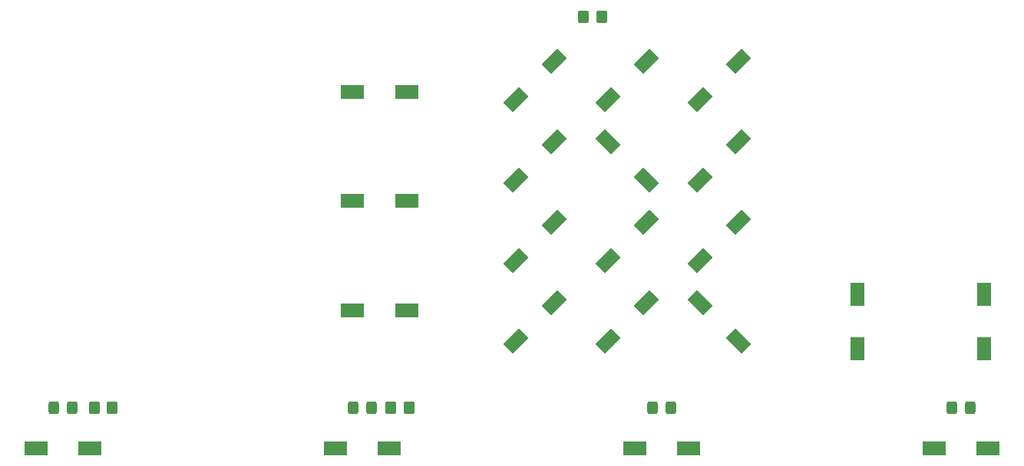
<source format=gtp>
G04 #@! TF.GenerationSoftware,KiCad,Pcbnew,(6.0.7)*
G04 #@! TF.CreationDate,2022-09-12T18:31:15+03:00*
G04 #@! TF.ProjectId,SigGen,53696747-656e-42e6-9b69-6361645f7063,rev?*
G04 #@! TF.SameCoordinates,Original*
G04 #@! TF.FileFunction,Paste,Top*
G04 #@! TF.FilePolarity,Positive*
%FSLAX46Y46*%
G04 Gerber Fmt 4.6, Leading zero omitted, Abs format (unit mm)*
G04 Created by KiCad (PCBNEW (6.0.7)) date 2022-09-12 18:31:15*
%MOMM*%
%LPD*%
G01*
G04 APERTURE LIST*
G04 Aperture macros list*
%AMRoundRect*
0 Rectangle with rounded corners*
0 $1 Rounding radius*
0 $2 $3 $4 $5 $6 $7 $8 $9 X,Y pos of 4 corners*
0 Add a 4 corners polygon primitive as box body*
4,1,4,$2,$3,$4,$5,$6,$7,$8,$9,$2,$3,0*
0 Add four circle primitives for the rounded corners*
1,1,$1+$1,$2,$3*
1,1,$1+$1,$4,$5*
1,1,$1+$1,$6,$7*
1,1,$1+$1,$8,$9*
0 Add four rect primitives between the rounded corners*
20,1,$1+$1,$2,$3,$4,$5,0*
20,1,$1+$1,$4,$5,$6,$7,0*
20,1,$1+$1,$6,$7,$8,$9,0*
20,1,$1+$1,$8,$9,$2,$3,0*%
%AMRotRect*
0 Rectangle, with rotation*
0 The origin of the aperture is its center*
0 $1 length*
0 $2 width*
0 $3 Rotation angle, in degrees counterclockwise*
0 Add horizontal line*
21,1,$1,$2,0,0,$3*%
G04 Aperture macros list end*
%ADD10RotRect,2.500000X1.500000X225.000000*%
%ADD11RotRect,2.500000X1.500000X45.000000*%
%ADD12RoundRect,0.250000X-0.325000X-0.450000X0.325000X-0.450000X0.325000X0.450000X-0.325000X0.450000X0*%
%ADD13RoundRect,0.250000X0.350000X0.450000X-0.350000X0.450000X-0.350000X-0.450000X0.350000X-0.450000X0*%
%ADD14RoundRect,0.250000X0.325000X0.450000X-0.325000X0.450000X-0.325000X-0.450000X0.325000X-0.450000X0*%
%ADD15R,2.500000X1.500000*%
%ADD16RotRect,2.500000X1.500000X315.000000*%
%ADD17R,1.500000X2.500000*%
%ADD18RotRect,2.500000X1.500000X135.000000*%
G04 APERTURE END LIST*
D10*
X136741320Y-40423680D03*
X132498680Y-44666320D03*
X126581320Y-31533680D03*
X122338680Y-35776320D03*
D11*
X122338680Y-62446320D03*
X126581320Y-58203680D03*
D12*
X61205000Y-69850000D03*
X63255000Y-69850000D03*
D13*
X121650000Y-26670000D03*
X119650000Y-26670000D03*
D11*
X112178680Y-62446320D03*
X116421320Y-58203680D03*
X132498680Y-53556320D03*
X136741320Y-49313680D03*
D10*
X116421320Y-31533680D03*
X112178680Y-35776320D03*
D11*
X112178680Y-53556320D03*
X116421320Y-49313680D03*
D13*
X100425000Y-69850000D03*
X98425000Y-69850000D03*
D11*
X122338680Y-53556320D03*
X126581320Y-49313680D03*
D10*
X136741320Y-31533680D03*
X132498680Y-35776320D03*
D14*
X129295000Y-69850000D03*
X127245000Y-69850000D03*
D15*
X59230000Y-74295000D03*
X65230000Y-74295000D03*
D16*
X122338680Y-40423680D03*
X126581320Y-44666320D03*
D11*
X112178680Y-44666320D03*
X116421320Y-40423680D03*
D15*
X100155000Y-46990000D03*
X94155000Y-46990000D03*
X92250000Y-74295000D03*
X98250000Y-74295000D03*
X164290000Y-74295000D03*
X158290000Y-74295000D03*
D13*
X67675000Y-69850000D03*
X65675000Y-69850000D03*
D17*
X149860000Y-57325000D03*
X149860000Y-63325000D03*
D14*
X162315000Y-69850000D03*
X160265000Y-69850000D03*
D17*
X163830000Y-57325000D03*
X163830000Y-63325000D03*
D15*
X100155000Y-34925000D03*
X94155000Y-34925000D03*
X131270000Y-74295000D03*
X125270000Y-74295000D03*
D12*
X94225000Y-69850000D03*
X96275000Y-69850000D03*
D15*
X100155000Y-59055000D03*
X94155000Y-59055000D03*
D18*
X136741320Y-62446320D03*
X132498680Y-58203680D03*
M02*

</source>
